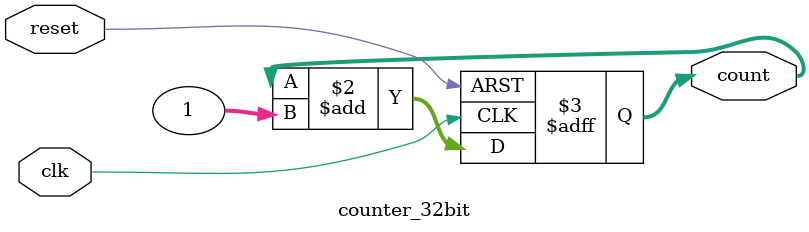
<source format=sv>
module counter_32bit (
  input wire clk,
  input wire reset,
  output reg [32-1:0] count
);

  always @(posedge clk or posedge reset) 
    begin
    if (reset) 
      begin
      count <= 0;
      end 
    else 
      begin
      count <= count + 1;
      end
    end
endmodule

</source>
